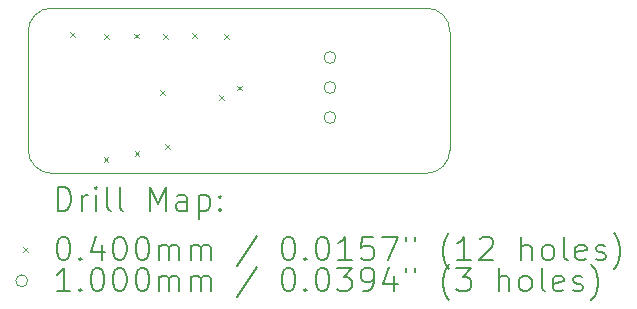
<source format=gbr>
%TF.GenerationSoftware,KiCad,Pcbnew,(6.0.11)*%
%TF.CreationDate,2024-01-05T00:57:36+00:00*%
%TF.ProjectId,Econet_ID_Extender_Internal,45636f6e-6574-45f4-9944-5f457874656e,rev?*%
%TF.SameCoordinates,Original*%
%TF.FileFunction,Drillmap*%
%TF.FilePolarity,Positive*%
%FSLAX45Y45*%
G04 Gerber Fmt 4.5, Leading zero omitted, Abs format (unit mm)*
G04 Created by KiCad (PCBNEW (6.0.11)) date 2024-01-05 00:57:36*
%MOMM*%
%LPD*%
G01*
G04 APERTURE LIST*
%ADD10C,0.100000*%
%ADD11C,0.200000*%
%ADD12C,0.040000*%
G04 APERTURE END LIST*
D10*
X16623578Y-9951578D02*
G75*
G03*
X16823578Y-9751578I2J199998D01*
G01*
X16824578Y-8751000D02*
X16823578Y-9751578D01*
X13453000Y-8551000D02*
X16623578Y-8551000D01*
X13253000Y-9751000D02*
G75*
G03*
X13453000Y-9951000I200000J0D01*
G01*
X16824580Y-8751000D02*
G75*
G03*
X16624578Y-8551000I-200000J0D01*
G01*
X13453000Y-8551000D02*
G75*
G03*
X13253000Y-8751000I0J-200000D01*
G01*
X13253000Y-9751000D02*
X13253000Y-8751000D01*
X16623578Y-9951578D02*
X13453000Y-9951000D01*
D11*
D12*
X13605500Y-8752500D02*
X13645500Y-8792500D01*
X13645500Y-8752500D02*
X13605500Y-8792500D01*
X13891000Y-9816000D02*
X13931000Y-9856000D01*
X13931000Y-9816000D02*
X13891000Y-9856000D01*
X13897000Y-8774000D02*
X13937000Y-8814000D01*
X13937000Y-8774000D02*
X13897000Y-8814000D01*
X14153000Y-8768000D02*
X14193000Y-8808000D01*
X14193000Y-8768000D02*
X14153000Y-8808000D01*
X14153450Y-9765550D02*
X14193450Y-9805550D01*
X14193450Y-9765550D02*
X14153450Y-9805550D01*
X14371000Y-9245000D02*
X14411000Y-9285000D01*
X14411000Y-9245000D02*
X14371000Y-9285000D01*
X14397000Y-8774000D02*
X14437000Y-8814000D01*
X14437000Y-8774000D02*
X14397000Y-8814000D01*
X14414000Y-9703550D02*
X14454000Y-9743550D01*
X14454000Y-9703550D02*
X14414000Y-9743550D01*
X14644000Y-8766000D02*
X14684000Y-8806000D01*
X14684000Y-8766000D02*
X14644000Y-8806000D01*
X14873000Y-9288000D02*
X14913000Y-9328000D01*
X14913000Y-9288000D02*
X14873000Y-9328000D01*
X14912220Y-8774427D02*
X14952220Y-8814427D01*
X14952220Y-8774427D02*
X14912220Y-8814427D01*
X15023000Y-9208000D02*
X15063000Y-9248000D01*
X15063000Y-9208000D02*
X15023000Y-9248000D01*
D10*
X15858000Y-8970000D02*
G75*
G03*
X15858000Y-8970000I-50000J0D01*
G01*
X15858000Y-9224000D02*
G75*
G03*
X15858000Y-9224000I-50000J0D01*
G01*
X15858000Y-9478000D02*
G75*
G03*
X15858000Y-9478000I-50000J0D01*
G01*
D11*
X13505619Y-10267054D02*
X13505619Y-10067054D01*
X13553238Y-10067054D01*
X13581809Y-10076578D01*
X13600857Y-10095626D01*
X13610380Y-10114673D01*
X13619904Y-10152769D01*
X13619904Y-10181340D01*
X13610380Y-10219435D01*
X13600857Y-10238483D01*
X13581809Y-10257531D01*
X13553238Y-10267054D01*
X13505619Y-10267054D01*
X13705619Y-10267054D02*
X13705619Y-10133721D01*
X13705619Y-10171816D02*
X13715142Y-10152769D01*
X13724666Y-10143245D01*
X13743714Y-10133721D01*
X13762761Y-10133721D01*
X13829428Y-10267054D02*
X13829428Y-10133721D01*
X13829428Y-10067054D02*
X13819904Y-10076578D01*
X13829428Y-10086102D01*
X13838952Y-10076578D01*
X13829428Y-10067054D01*
X13829428Y-10086102D01*
X13953238Y-10267054D02*
X13934190Y-10257531D01*
X13924666Y-10238483D01*
X13924666Y-10067054D01*
X14058000Y-10267054D02*
X14038952Y-10257531D01*
X14029428Y-10238483D01*
X14029428Y-10067054D01*
X14286571Y-10267054D02*
X14286571Y-10067054D01*
X14353238Y-10209912D01*
X14419904Y-10067054D01*
X14419904Y-10267054D01*
X14600857Y-10267054D02*
X14600857Y-10162292D01*
X14591333Y-10143245D01*
X14572285Y-10133721D01*
X14534190Y-10133721D01*
X14515142Y-10143245D01*
X14600857Y-10257531D02*
X14581809Y-10267054D01*
X14534190Y-10267054D01*
X14515142Y-10257531D01*
X14505619Y-10238483D01*
X14505619Y-10219435D01*
X14515142Y-10200388D01*
X14534190Y-10190864D01*
X14581809Y-10190864D01*
X14600857Y-10181340D01*
X14696095Y-10133721D02*
X14696095Y-10333721D01*
X14696095Y-10143245D02*
X14715142Y-10133721D01*
X14753238Y-10133721D01*
X14772285Y-10143245D01*
X14781809Y-10152769D01*
X14791333Y-10171816D01*
X14791333Y-10228959D01*
X14781809Y-10248007D01*
X14772285Y-10257531D01*
X14753238Y-10267054D01*
X14715142Y-10267054D01*
X14696095Y-10257531D01*
X14877047Y-10248007D02*
X14886571Y-10257531D01*
X14877047Y-10267054D01*
X14867523Y-10257531D01*
X14877047Y-10248007D01*
X14877047Y-10267054D01*
X14877047Y-10143245D02*
X14886571Y-10152769D01*
X14877047Y-10162292D01*
X14867523Y-10152769D01*
X14877047Y-10143245D01*
X14877047Y-10162292D01*
D12*
X13208000Y-10576578D02*
X13248000Y-10616578D01*
X13248000Y-10576578D02*
X13208000Y-10616578D01*
D11*
X13543714Y-10487054D02*
X13562761Y-10487054D01*
X13581809Y-10496578D01*
X13591333Y-10506102D01*
X13600857Y-10525150D01*
X13610380Y-10563245D01*
X13610380Y-10610864D01*
X13600857Y-10648959D01*
X13591333Y-10668007D01*
X13581809Y-10677531D01*
X13562761Y-10687054D01*
X13543714Y-10687054D01*
X13524666Y-10677531D01*
X13515142Y-10668007D01*
X13505619Y-10648959D01*
X13496095Y-10610864D01*
X13496095Y-10563245D01*
X13505619Y-10525150D01*
X13515142Y-10506102D01*
X13524666Y-10496578D01*
X13543714Y-10487054D01*
X13696095Y-10668007D02*
X13705619Y-10677531D01*
X13696095Y-10687054D01*
X13686571Y-10677531D01*
X13696095Y-10668007D01*
X13696095Y-10687054D01*
X13877047Y-10553721D02*
X13877047Y-10687054D01*
X13829428Y-10477531D02*
X13781809Y-10620388D01*
X13905619Y-10620388D01*
X14019904Y-10487054D02*
X14038952Y-10487054D01*
X14058000Y-10496578D01*
X14067523Y-10506102D01*
X14077047Y-10525150D01*
X14086571Y-10563245D01*
X14086571Y-10610864D01*
X14077047Y-10648959D01*
X14067523Y-10668007D01*
X14058000Y-10677531D01*
X14038952Y-10687054D01*
X14019904Y-10687054D01*
X14000857Y-10677531D01*
X13991333Y-10668007D01*
X13981809Y-10648959D01*
X13972285Y-10610864D01*
X13972285Y-10563245D01*
X13981809Y-10525150D01*
X13991333Y-10506102D01*
X14000857Y-10496578D01*
X14019904Y-10487054D01*
X14210380Y-10487054D02*
X14229428Y-10487054D01*
X14248476Y-10496578D01*
X14258000Y-10506102D01*
X14267523Y-10525150D01*
X14277047Y-10563245D01*
X14277047Y-10610864D01*
X14267523Y-10648959D01*
X14258000Y-10668007D01*
X14248476Y-10677531D01*
X14229428Y-10687054D01*
X14210380Y-10687054D01*
X14191333Y-10677531D01*
X14181809Y-10668007D01*
X14172285Y-10648959D01*
X14162761Y-10610864D01*
X14162761Y-10563245D01*
X14172285Y-10525150D01*
X14181809Y-10506102D01*
X14191333Y-10496578D01*
X14210380Y-10487054D01*
X14362761Y-10687054D02*
X14362761Y-10553721D01*
X14362761Y-10572769D02*
X14372285Y-10563245D01*
X14391333Y-10553721D01*
X14419904Y-10553721D01*
X14438952Y-10563245D01*
X14448476Y-10582292D01*
X14448476Y-10687054D01*
X14448476Y-10582292D02*
X14458000Y-10563245D01*
X14477047Y-10553721D01*
X14505619Y-10553721D01*
X14524666Y-10563245D01*
X14534190Y-10582292D01*
X14534190Y-10687054D01*
X14629428Y-10687054D02*
X14629428Y-10553721D01*
X14629428Y-10572769D02*
X14638952Y-10563245D01*
X14658000Y-10553721D01*
X14686571Y-10553721D01*
X14705619Y-10563245D01*
X14715142Y-10582292D01*
X14715142Y-10687054D01*
X14715142Y-10582292D02*
X14724666Y-10563245D01*
X14743714Y-10553721D01*
X14772285Y-10553721D01*
X14791333Y-10563245D01*
X14800857Y-10582292D01*
X14800857Y-10687054D01*
X15191333Y-10477531D02*
X15019904Y-10734673D01*
X15448476Y-10487054D02*
X15467523Y-10487054D01*
X15486571Y-10496578D01*
X15496095Y-10506102D01*
X15505619Y-10525150D01*
X15515142Y-10563245D01*
X15515142Y-10610864D01*
X15505619Y-10648959D01*
X15496095Y-10668007D01*
X15486571Y-10677531D01*
X15467523Y-10687054D01*
X15448476Y-10687054D01*
X15429428Y-10677531D01*
X15419904Y-10668007D01*
X15410380Y-10648959D01*
X15400857Y-10610864D01*
X15400857Y-10563245D01*
X15410380Y-10525150D01*
X15419904Y-10506102D01*
X15429428Y-10496578D01*
X15448476Y-10487054D01*
X15600857Y-10668007D02*
X15610380Y-10677531D01*
X15600857Y-10687054D01*
X15591333Y-10677531D01*
X15600857Y-10668007D01*
X15600857Y-10687054D01*
X15734190Y-10487054D02*
X15753238Y-10487054D01*
X15772285Y-10496578D01*
X15781809Y-10506102D01*
X15791333Y-10525150D01*
X15800857Y-10563245D01*
X15800857Y-10610864D01*
X15791333Y-10648959D01*
X15781809Y-10668007D01*
X15772285Y-10677531D01*
X15753238Y-10687054D01*
X15734190Y-10687054D01*
X15715142Y-10677531D01*
X15705619Y-10668007D01*
X15696095Y-10648959D01*
X15686571Y-10610864D01*
X15686571Y-10563245D01*
X15696095Y-10525150D01*
X15705619Y-10506102D01*
X15715142Y-10496578D01*
X15734190Y-10487054D01*
X15991333Y-10687054D02*
X15877047Y-10687054D01*
X15934190Y-10687054D02*
X15934190Y-10487054D01*
X15915142Y-10515626D01*
X15896095Y-10534673D01*
X15877047Y-10544197D01*
X16172285Y-10487054D02*
X16077047Y-10487054D01*
X16067523Y-10582292D01*
X16077047Y-10572769D01*
X16096095Y-10563245D01*
X16143714Y-10563245D01*
X16162761Y-10572769D01*
X16172285Y-10582292D01*
X16181809Y-10601340D01*
X16181809Y-10648959D01*
X16172285Y-10668007D01*
X16162761Y-10677531D01*
X16143714Y-10687054D01*
X16096095Y-10687054D01*
X16077047Y-10677531D01*
X16067523Y-10668007D01*
X16248476Y-10487054D02*
X16381809Y-10487054D01*
X16296095Y-10687054D01*
X16448476Y-10487054D02*
X16448476Y-10525150D01*
X16524666Y-10487054D02*
X16524666Y-10525150D01*
X16819904Y-10763245D02*
X16810381Y-10753721D01*
X16791333Y-10725150D01*
X16781809Y-10706102D01*
X16772285Y-10677531D01*
X16762761Y-10629912D01*
X16762761Y-10591816D01*
X16772285Y-10544197D01*
X16781809Y-10515626D01*
X16791333Y-10496578D01*
X16810381Y-10468007D01*
X16819904Y-10458483D01*
X17000857Y-10687054D02*
X16886571Y-10687054D01*
X16943714Y-10687054D02*
X16943714Y-10487054D01*
X16924666Y-10515626D01*
X16905619Y-10534673D01*
X16886571Y-10544197D01*
X17077047Y-10506102D02*
X17086571Y-10496578D01*
X17105619Y-10487054D01*
X17153238Y-10487054D01*
X17172285Y-10496578D01*
X17181809Y-10506102D01*
X17191333Y-10525150D01*
X17191333Y-10544197D01*
X17181809Y-10572769D01*
X17067523Y-10687054D01*
X17191333Y-10687054D01*
X17429428Y-10687054D02*
X17429428Y-10487054D01*
X17515142Y-10687054D02*
X17515142Y-10582292D01*
X17505619Y-10563245D01*
X17486571Y-10553721D01*
X17458000Y-10553721D01*
X17438952Y-10563245D01*
X17429428Y-10572769D01*
X17638952Y-10687054D02*
X17619904Y-10677531D01*
X17610381Y-10668007D01*
X17600857Y-10648959D01*
X17600857Y-10591816D01*
X17610381Y-10572769D01*
X17619904Y-10563245D01*
X17638952Y-10553721D01*
X17667523Y-10553721D01*
X17686571Y-10563245D01*
X17696095Y-10572769D01*
X17705619Y-10591816D01*
X17705619Y-10648959D01*
X17696095Y-10668007D01*
X17686571Y-10677531D01*
X17667523Y-10687054D01*
X17638952Y-10687054D01*
X17819904Y-10687054D02*
X17800857Y-10677531D01*
X17791333Y-10658483D01*
X17791333Y-10487054D01*
X17972285Y-10677531D02*
X17953238Y-10687054D01*
X17915142Y-10687054D01*
X17896095Y-10677531D01*
X17886571Y-10658483D01*
X17886571Y-10582292D01*
X17896095Y-10563245D01*
X17915142Y-10553721D01*
X17953238Y-10553721D01*
X17972285Y-10563245D01*
X17981809Y-10582292D01*
X17981809Y-10601340D01*
X17886571Y-10620388D01*
X18058000Y-10677531D02*
X18077047Y-10687054D01*
X18115142Y-10687054D01*
X18134190Y-10677531D01*
X18143714Y-10658483D01*
X18143714Y-10648959D01*
X18134190Y-10629912D01*
X18115142Y-10620388D01*
X18086571Y-10620388D01*
X18067523Y-10610864D01*
X18058000Y-10591816D01*
X18058000Y-10582292D01*
X18067523Y-10563245D01*
X18086571Y-10553721D01*
X18115142Y-10553721D01*
X18134190Y-10563245D01*
X18210381Y-10763245D02*
X18219904Y-10753721D01*
X18238952Y-10725150D01*
X18248476Y-10706102D01*
X18258000Y-10677531D01*
X18267523Y-10629912D01*
X18267523Y-10591816D01*
X18258000Y-10544197D01*
X18248476Y-10515626D01*
X18238952Y-10496578D01*
X18219904Y-10468007D01*
X18210381Y-10458483D01*
D10*
X13248000Y-10860578D02*
G75*
G03*
X13248000Y-10860578I-50000J0D01*
G01*
D11*
X13610380Y-10951054D02*
X13496095Y-10951054D01*
X13553238Y-10951054D02*
X13553238Y-10751054D01*
X13534190Y-10779626D01*
X13515142Y-10798673D01*
X13496095Y-10808197D01*
X13696095Y-10932007D02*
X13705619Y-10941531D01*
X13696095Y-10951054D01*
X13686571Y-10941531D01*
X13696095Y-10932007D01*
X13696095Y-10951054D01*
X13829428Y-10751054D02*
X13848476Y-10751054D01*
X13867523Y-10760578D01*
X13877047Y-10770102D01*
X13886571Y-10789150D01*
X13896095Y-10827245D01*
X13896095Y-10874864D01*
X13886571Y-10912959D01*
X13877047Y-10932007D01*
X13867523Y-10941531D01*
X13848476Y-10951054D01*
X13829428Y-10951054D01*
X13810380Y-10941531D01*
X13800857Y-10932007D01*
X13791333Y-10912959D01*
X13781809Y-10874864D01*
X13781809Y-10827245D01*
X13791333Y-10789150D01*
X13800857Y-10770102D01*
X13810380Y-10760578D01*
X13829428Y-10751054D01*
X14019904Y-10751054D02*
X14038952Y-10751054D01*
X14058000Y-10760578D01*
X14067523Y-10770102D01*
X14077047Y-10789150D01*
X14086571Y-10827245D01*
X14086571Y-10874864D01*
X14077047Y-10912959D01*
X14067523Y-10932007D01*
X14058000Y-10941531D01*
X14038952Y-10951054D01*
X14019904Y-10951054D01*
X14000857Y-10941531D01*
X13991333Y-10932007D01*
X13981809Y-10912959D01*
X13972285Y-10874864D01*
X13972285Y-10827245D01*
X13981809Y-10789150D01*
X13991333Y-10770102D01*
X14000857Y-10760578D01*
X14019904Y-10751054D01*
X14210380Y-10751054D02*
X14229428Y-10751054D01*
X14248476Y-10760578D01*
X14258000Y-10770102D01*
X14267523Y-10789150D01*
X14277047Y-10827245D01*
X14277047Y-10874864D01*
X14267523Y-10912959D01*
X14258000Y-10932007D01*
X14248476Y-10941531D01*
X14229428Y-10951054D01*
X14210380Y-10951054D01*
X14191333Y-10941531D01*
X14181809Y-10932007D01*
X14172285Y-10912959D01*
X14162761Y-10874864D01*
X14162761Y-10827245D01*
X14172285Y-10789150D01*
X14181809Y-10770102D01*
X14191333Y-10760578D01*
X14210380Y-10751054D01*
X14362761Y-10951054D02*
X14362761Y-10817721D01*
X14362761Y-10836769D02*
X14372285Y-10827245D01*
X14391333Y-10817721D01*
X14419904Y-10817721D01*
X14438952Y-10827245D01*
X14448476Y-10846292D01*
X14448476Y-10951054D01*
X14448476Y-10846292D02*
X14458000Y-10827245D01*
X14477047Y-10817721D01*
X14505619Y-10817721D01*
X14524666Y-10827245D01*
X14534190Y-10846292D01*
X14534190Y-10951054D01*
X14629428Y-10951054D02*
X14629428Y-10817721D01*
X14629428Y-10836769D02*
X14638952Y-10827245D01*
X14658000Y-10817721D01*
X14686571Y-10817721D01*
X14705619Y-10827245D01*
X14715142Y-10846292D01*
X14715142Y-10951054D01*
X14715142Y-10846292D02*
X14724666Y-10827245D01*
X14743714Y-10817721D01*
X14772285Y-10817721D01*
X14791333Y-10827245D01*
X14800857Y-10846292D01*
X14800857Y-10951054D01*
X15191333Y-10741531D02*
X15019904Y-10998673D01*
X15448476Y-10751054D02*
X15467523Y-10751054D01*
X15486571Y-10760578D01*
X15496095Y-10770102D01*
X15505619Y-10789150D01*
X15515142Y-10827245D01*
X15515142Y-10874864D01*
X15505619Y-10912959D01*
X15496095Y-10932007D01*
X15486571Y-10941531D01*
X15467523Y-10951054D01*
X15448476Y-10951054D01*
X15429428Y-10941531D01*
X15419904Y-10932007D01*
X15410380Y-10912959D01*
X15400857Y-10874864D01*
X15400857Y-10827245D01*
X15410380Y-10789150D01*
X15419904Y-10770102D01*
X15429428Y-10760578D01*
X15448476Y-10751054D01*
X15600857Y-10932007D02*
X15610380Y-10941531D01*
X15600857Y-10951054D01*
X15591333Y-10941531D01*
X15600857Y-10932007D01*
X15600857Y-10951054D01*
X15734190Y-10751054D02*
X15753238Y-10751054D01*
X15772285Y-10760578D01*
X15781809Y-10770102D01*
X15791333Y-10789150D01*
X15800857Y-10827245D01*
X15800857Y-10874864D01*
X15791333Y-10912959D01*
X15781809Y-10932007D01*
X15772285Y-10941531D01*
X15753238Y-10951054D01*
X15734190Y-10951054D01*
X15715142Y-10941531D01*
X15705619Y-10932007D01*
X15696095Y-10912959D01*
X15686571Y-10874864D01*
X15686571Y-10827245D01*
X15696095Y-10789150D01*
X15705619Y-10770102D01*
X15715142Y-10760578D01*
X15734190Y-10751054D01*
X15867523Y-10751054D02*
X15991333Y-10751054D01*
X15924666Y-10827245D01*
X15953238Y-10827245D01*
X15972285Y-10836769D01*
X15981809Y-10846292D01*
X15991333Y-10865340D01*
X15991333Y-10912959D01*
X15981809Y-10932007D01*
X15972285Y-10941531D01*
X15953238Y-10951054D01*
X15896095Y-10951054D01*
X15877047Y-10941531D01*
X15867523Y-10932007D01*
X16086571Y-10951054D02*
X16124666Y-10951054D01*
X16143714Y-10941531D01*
X16153238Y-10932007D01*
X16172285Y-10903435D01*
X16181809Y-10865340D01*
X16181809Y-10789150D01*
X16172285Y-10770102D01*
X16162761Y-10760578D01*
X16143714Y-10751054D01*
X16105619Y-10751054D01*
X16086571Y-10760578D01*
X16077047Y-10770102D01*
X16067523Y-10789150D01*
X16067523Y-10836769D01*
X16077047Y-10855816D01*
X16086571Y-10865340D01*
X16105619Y-10874864D01*
X16143714Y-10874864D01*
X16162761Y-10865340D01*
X16172285Y-10855816D01*
X16181809Y-10836769D01*
X16353238Y-10817721D02*
X16353238Y-10951054D01*
X16305619Y-10741531D02*
X16258000Y-10884388D01*
X16381809Y-10884388D01*
X16448476Y-10751054D02*
X16448476Y-10789150D01*
X16524666Y-10751054D02*
X16524666Y-10789150D01*
X16819904Y-11027245D02*
X16810381Y-11017721D01*
X16791333Y-10989150D01*
X16781809Y-10970102D01*
X16772285Y-10941531D01*
X16762761Y-10893912D01*
X16762761Y-10855816D01*
X16772285Y-10808197D01*
X16781809Y-10779626D01*
X16791333Y-10760578D01*
X16810381Y-10732007D01*
X16819904Y-10722483D01*
X16877047Y-10751054D02*
X17000857Y-10751054D01*
X16934190Y-10827245D01*
X16962762Y-10827245D01*
X16981809Y-10836769D01*
X16991333Y-10846292D01*
X17000857Y-10865340D01*
X17000857Y-10912959D01*
X16991333Y-10932007D01*
X16981809Y-10941531D01*
X16962762Y-10951054D01*
X16905619Y-10951054D01*
X16886571Y-10941531D01*
X16877047Y-10932007D01*
X17238952Y-10951054D02*
X17238952Y-10751054D01*
X17324666Y-10951054D02*
X17324666Y-10846292D01*
X17315142Y-10827245D01*
X17296095Y-10817721D01*
X17267523Y-10817721D01*
X17248476Y-10827245D01*
X17238952Y-10836769D01*
X17448476Y-10951054D02*
X17429428Y-10941531D01*
X17419904Y-10932007D01*
X17410381Y-10912959D01*
X17410381Y-10855816D01*
X17419904Y-10836769D01*
X17429428Y-10827245D01*
X17448476Y-10817721D01*
X17477047Y-10817721D01*
X17496095Y-10827245D01*
X17505619Y-10836769D01*
X17515142Y-10855816D01*
X17515142Y-10912959D01*
X17505619Y-10932007D01*
X17496095Y-10941531D01*
X17477047Y-10951054D01*
X17448476Y-10951054D01*
X17629428Y-10951054D02*
X17610381Y-10941531D01*
X17600857Y-10922483D01*
X17600857Y-10751054D01*
X17781809Y-10941531D02*
X17762762Y-10951054D01*
X17724666Y-10951054D01*
X17705619Y-10941531D01*
X17696095Y-10922483D01*
X17696095Y-10846292D01*
X17705619Y-10827245D01*
X17724666Y-10817721D01*
X17762762Y-10817721D01*
X17781809Y-10827245D01*
X17791333Y-10846292D01*
X17791333Y-10865340D01*
X17696095Y-10884388D01*
X17867523Y-10941531D02*
X17886571Y-10951054D01*
X17924666Y-10951054D01*
X17943714Y-10941531D01*
X17953238Y-10922483D01*
X17953238Y-10912959D01*
X17943714Y-10893912D01*
X17924666Y-10884388D01*
X17896095Y-10884388D01*
X17877047Y-10874864D01*
X17867523Y-10855816D01*
X17867523Y-10846292D01*
X17877047Y-10827245D01*
X17896095Y-10817721D01*
X17924666Y-10817721D01*
X17943714Y-10827245D01*
X18019904Y-11027245D02*
X18029428Y-11017721D01*
X18048476Y-10989150D01*
X18058000Y-10970102D01*
X18067523Y-10941531D01*
X18077047Y-10893912D01*
X18077047Y-10855816D01*
X18067523Y-10808197D01*
X18058000Y-10779626D01*
X18048476Y-10760578D01*
X18029428Y-10732007D01*
X18019904Y-10722483D01*
M02*

</source>
